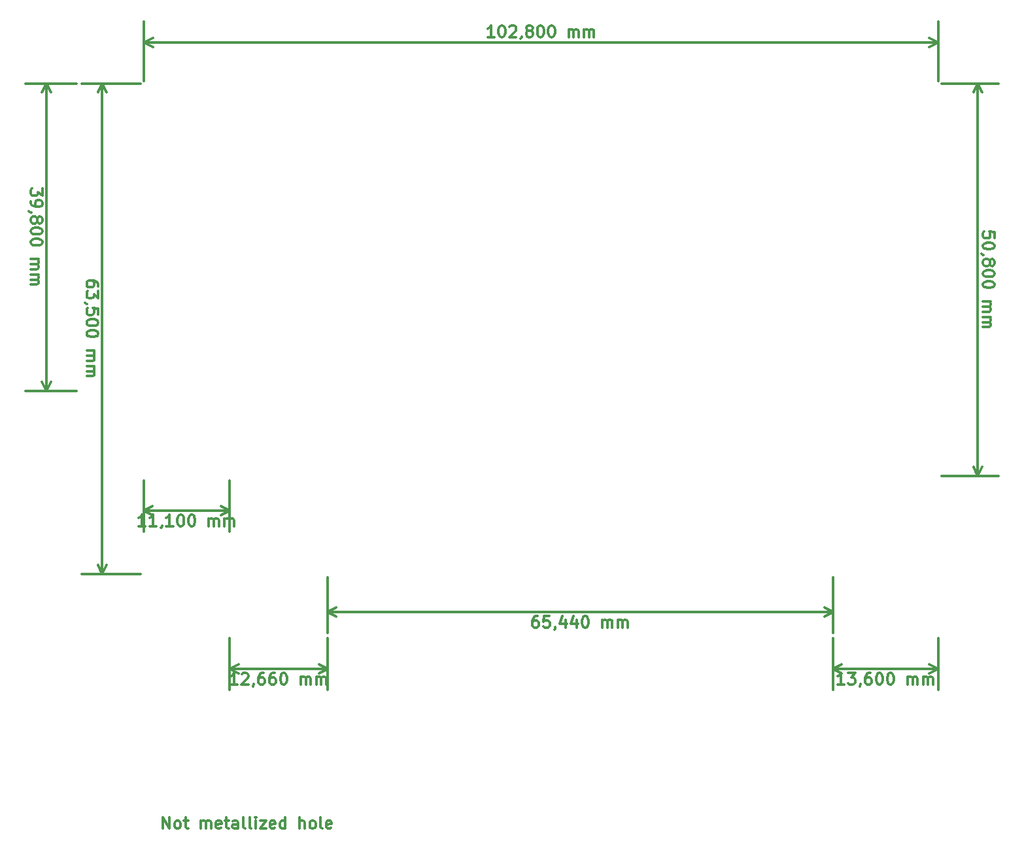
<source format=gbr>
G04 (created by PCBNEW (2013-09-28 BZR 4356)-product) date 12/11/2013 13:19:40*
%MOIN*%
G04 Gerber Fmt 3.4, Leading zero omitted, Abs format*
%FSLAX34Y34*%
G01*
G70*
G90*
G04 APERTURE LIST*
%ADD10C,0.005906*%
%ADD11C,0.011811*%
G04 APERTURE END LIST*
G54D10*
G54D11*
X959Y-37987D02*
X959Y-37397D01*
X1296Y-37987D01*
X1296Y-37397D01*
X1662Y-37987D02*
X1606Y-37959D01*
X1578Y-37931D01*
X1550Y-37875D01*
X1550Y-37706D01*
X1578Y-37650D01*
X1606Y-37622D01*
X1662Y-37593D01*
X1746Y-37593D01*
X1803Y-37622D01*
X1831Y-37650D01*
X1859Y-37706D01*
X1859Y-37875D01*
X1831Y-37931D01*
X1803Y-37959D01*
X1746Y-37987D01*
X1662Y-37987D01*
X2028Y-37593D02*
X2253Y-37593D01*
X2112Y-37397D02*
X2112Y-37903D01*
X2140Y-37959D01*
X2196Y-37987D01*
X2253Y-37987D01*
X2899Y-37987D02*
X2899Y-37593D01*
X2899Y-37650D02*
X2928Y-37622D01*
X2984Y-37593D01*
X3068Y-37593D01*
X3124Y-37622D01*
X3152Y-37678D01*
X3152Y-37987D01*
X3152Y-37678D02*
X3181Y-37622D01*
X3237Y-37593D01*
X3321Y-37593D01*
X3377Y-37622D01*
X3406Y-37678D01*
X3406Y-37987D01*
X3912Y-37959D02*
X3856Y-37987D01*
X3743Y-37987D01*
X3687Y-37959D01*
X3659Y-37903D01*
X3659Y-37678D01*
X3687Y-37622D01*
X3743Y-37593D01*
X3856Y-37593D01*
X3912Y-37622D01*
X3940Y-37678D01*
X3940Y-37734D01*
X3659Y-37790D01*
X4109Y-37593D02*
X4334Y-37593D01*
X4193Y-37397D02*
X4193Y-37903D01*
X4221Y-37959D01*
X4277Y-37987D01*
X4334Y-37987D01*
X4784Y-37987D02*
X4784Y-37678D01*
X4755Y-37622D01*
X4699Y-37593D01*
X4587Y-37593D01*
X4530Y-37622D01*
X4784Y-37959D02*
X4727Y-37987D01*
X4587Y-37987D01*
X4530Y-37959D01*
X4502Y-37903D01*
X4502Y-37847D01*
X4530Y-37790D01*
X4587Y-37762D01*
X4727Y-37762D01*
X4784Y-37734D01*
X5149Y-37987D02*
X5093Y-37959D01*
X5065Y-37903D01*
X5065Y-37397D01*
X5458Y-37987D02*
X5402Y-37959D01*
X5374Y-37903D01*
X5374Y-37397D01*
X5683Y-37987D02*
X5683Y-37593D01*
X5683Y-37397D02*
X5655Y-37425D01*
X5683Y-37453D01*
X5712Y-37425D01*
X5683Y-37397D01*
X5683Y-37453D01*
X5908Y-37593D02*
X6218Y-37593D01*
X5908Y-37987D01*
X6218Y-37987D01*
X6668Y-37959D02*
X6611Y-37987D01*
X6499Y-37987D01*
X6443Y-37959D01*
X6415Y-37903D01*
X6415Y-37678D01*
X6443Y-37622D01*
X6499Y-37593D01*
X6611Y-37593D01*
X6668Y-37622D01*
X6696Y-37678D01*
X6696Y-37734D01*
X6415Y-37790D01*
X7202Y-37987D02*
X7202Y-37397D01*
X7202Y-37959D02*
X7146Y-37987D01*
X7033Y-37987D01*
X6977Y-37959D01*
X6949Y-37931D01*
X6921Y-37875D01*
X6921Y-37706D01*
X6949Y-37650D01*
X6977Y-37622D01*
X7033Y-37593D01*
X7146Y-37593D01*
X7202Y-37622D01*
X7933Y-37987D02*
X7933Y-37397D01*
X8186Y-37987D02*
X8186Y-37678D01*
X8158Y-37622D01*
X8102Y-37593D01*
X8017Y-37593D01*
X7961Y-37622D01*
X7933Y-37650D01*
X8552Y-37987D02*
X8496Y-37959D01*
X8467Y-37931D01*
X8439Y-37875D01*
X8439Y-37706D01*
X8467Y-37650D01*
X8496Y-37622D01*
X8552Y-37593D01*
X8636Y-37593D01*
X8692Y-37622D01*
X8721Y-37650D01*
X8749Y-37706D01*
X8749Y-37875D01*
X8721Y-37931D01*
X8692Y-37959D01*
X8636Y-37987D01*
X8552Y-37987D01*
X9086Y-37987D02*
X9030Y-37959D01*
X9002Y-37903D01*
X9002Y-37397D01*
X9536Y-37959D02*
X9480Y-37987D01*
X9367Y-37987D01*
X9311Y-37959D01*
X9283Y-37903D01*
X9283Y-37678D01*
X9311Y-37622D01*
X9367Y-37593D01*
X9480Y-37593D01*
X9536Y-37622D01*
X9564Y-37678D01*
X9564Y-37734D01*
X9283Y-37790D01*
X-5188Y-5359D02*
X-5188Y-5725D01*
X-5413Y-5528D01*
X-5413Y-5613D01*
X-5441Y-5669D01*
X-5469Y-5697D01*
X-5525Y-5725D01*
X-5666Y-5725D01*
X-5722Y-5697D01*
X-5750Y-5669D01*
X-5778Y-5613D01*
X-5778Y-5444D01*
X-5750Y-5388D01*
X-5722Y-5359D01*
X-5778Y-6006D02*
X-5778Y-6119D01*
X-5750Y-6175D01*
X-5722Y-6203D01*
X-5638Y-6259D01*
X-5525Y-6287D01*
X-5300Y-6287D01*
X-5244Y-6259D01*
X-5216Y-6231D01*
X-5188Y-6175D01*
X-5188Y-6062D01*
X-5216Y-6006D01*
X-5244Y-5978D01*
X-5300Y-5950D01*
X-5441Y-5950D01*
X-5497Y-5978D01*
X-5525Y-6006D01*
X-5553Y-6062D01*
X-5553Y-6175D01*
X-5525Y-6231D01*
X-5497Y-6259D01*
X-5441Y-6287D01*
X-5750Y-6569D02*
X-5778Y-6569D01*
X-5835Y-6541D01*
X-5863Y-6512D01*
X-5441Y-6906D02*
X-5413Y-6850D01*
X-5385Y-6822D01*
X-5329Y-6794D01*
X-5300Y-6794D01*
X-5244Y-6822D01*
X-5216Y-6850D01*
X-5188Y-6906D01*
X-5188Y-7019D01*
X-5216Y-7075D01*
X-5244Y-7103D01*
X-5300Y-7131D01*
X-5329Y-7131D01*
X-5385Y-7103D01*
X-5413Y-7075D01*
X-5441Y-7019D01*
X-5441Y-6906D01*
X-5469Y-6850D01*
X-5497Y-6822D01*
X-5553Y-6794D01*
X-5666Y-6794D01*
X-5722Y-6822D01*
X-5750Y-6850D01*
X-5778Y-6906D01*
X-5778Y-7019D01*
X-5750Y-7075D01*
X-5722Y-7103D01*
X-5666Y-7131D01*
X-5553Y-7131D01*
X-5497Y-7103D01*
X-5469Y-7075D01*
X-5441Y-7019D01*
X-5188Y-7497D02*
X-5188Y-7553D01*
X-5216Y-7609D01*
X-5244Y-7637D01*
X-5300Y-7665D01*
X-5413Y-7694D01*
X-5553Y-7694D01*
X-5666Y-7665D01*
X-5722Y-7637D01*
X-5750Y-7609D01*
X-5778Y-7553D01*
X-5778Y-7497D01*
X-5750Y-7440D01*
X-5722Y-7412D01*
X-5666Y-7384D01*
X-5553Y-7356D01*
X-5413Y-7356D01*
X-5300Y-7384D01*
X-5244Y-7412D01*
X-5216Y-7440D01*
X-5188Y-7497D01*
X-5188Y-8059D02*
X-5188Y-8115D01*
X-5216Y-8172D01*
X-5244Y-8200D01*
X-5300Y-8228D01*
X-5413Y-8256D01*
X-5553Y-8256D01*
X-5666Y-8228D01*
X-5722Y-8200D01*
X-5750Y-8172D01*
X-5778Y-8115D01*
X-5778Y-8059D01*
X-5750Y-8003D01*
X-5722Y-7975D01*
X-5666Y-7947D01*
X-5553Y-7919D01*
X-5413Y-7919D01*
X-5300Y-7947D01*
X-5244Y-7975D01*
X-5216Y-8003D01*
X-5188Y-8059D01*
X-5778Y-8959D02*
X-5385Y-8959D01*
X-5441Y-8959D02*
X-5413Y-8987D01*
X-5385Y-9043D01*
X-5385Y-9128D01*
X-5413Y-9184D01*
X-5469Y-9212D01*
X-5778Y-9212D01*
X-5469Y-9212D02*
X-5413Y-9240D01*
X-5385Y-9296D01*
X-5385Y-9381D01*
X-5413Y-9437D01*
X-5469Y-9465D01*
X-5778Y-9465D01*
X-5778Y-9746D02*
X-5385Y-9746D01*
X-5441Y-9746D02*
X-5413Y-9775D01*
X-5385Y-9831D01*
X-5385Y-9915D01*
X-5413Y-9971D01*
X-5469Y-9999D01*
X-5778Y-9999D01*
X-5469Y-9999D02*
X-5413Y-10028D01*
X-5385Y-10084D01*
X-5385Y-10168D01*
X-5413Y-10224D01*
X-5469Y-10253D01*
X-5778Y-10253D01*
X-4980Y0D02*
X-4980Y-15669D01*
X-3456Y0D02*
X-6043Y0D01*
X-3456Y-15669D02*
X-6043Y-15669D01*
X-4980Y-15669D02*
X-5211Y-15225D01*
X-4980Y-15669D02*
X-4749Y-15225D01*
X-4980Y0D02*
X-5211Y-443D01*
X-4980Y0D02*
X-4749Y-443D01*
X65Y-22573D02*
X-271Y-22573D01*
X-102Y-22573D02*
X-102Y-21983D01*
X-158Y-22067D01*
X-214Y-22123D01*
X-271Y-22151D01*
X628Y-22574D02*
X290Y-22574D01*
X459Y-22574D02*
X460Y-21983D01*
X403Y-22067D01*
X347Y-22124D01*
X291Y-22152D01*
X909Y-22546D02*
X909Y-22574D01*
X881Y-22630D01*
X853Y-22658D01*
X1472Y-22575D02*
X1134Y-22574D01*
X1303Y-22574D02*
X1303Y-21984D01*
X1247Y-22068D01*
X1191Y-22124D01*
X1134Y-22153D01*
X1838Y-21984D02*
X1894Y-21984D01*
X1950Y-22013D01*
X1978Y-22041D01*
X2006Y-22097D01*
X2034Y-22210D01*
X2034Y-22350D01*
X2006Y-22463D01*
X1978Y-22519D01*
X1950Y-22547D01*
X1893Y-22575D01*
X1837Y-22575D01*
X1781Y-22547D01*
X1753Y-22519D01*
X1725Y-22462D01*
X1697Y-22350D01*
X1697Y-22209D01*
X1725Y-22097D01*
X1753Y-22041D01*
X1781Y-22012D01*
X1838Y-21984D01*
X2400Y-21985D02*
X2456Y-21985D01*
X2513Y-22013D01*
X2541Y-22041D01*
X2569Y-22098D01*
X2597Y-22210D01*
X2597Y-22351D01*
X2568Y-22463D01*
X2540Y-22519D01*
X2512Y-22547D01*
X2456Y-22576D01*
X2400Y-22575D01*
X2343Y-22547D01*
X2315Y-22519D01*
X2287Y-22463D01*
X2259Y-22350D01*
X2259Y-22210D01*
X2287Y-22097D01*
X2316Y-22041D01*
X2344Y-22013D01*
X2400Y-21985D01*
X3299Y-22576D02*
X3300Y-22183D01*
X3300Y-22239D02*
X3328Y-22211D01*
X3384Y-22183D01*
X3469Y-22183D01*
X3525Y-22211D01*
X3553Y-22267D01*
X3553Y-22577D01*
X3553Y-22267D02*
X3581Y-22211D01*
X3637Y-22183D01*
X3722Y-22183D01*
X3778Y-22211D01*
X3806Y-22267D01*
X3806Y-22577D01*
X4087Y-22577D02*
X4087Y-22183D01*
X4087Y-22240D02*
X4115Y-22211D01*
X4172Y-22183D01*
X4256Y-22183D01*
X4312Y-22212D01*
X4340Y-22268D01*
X4340Y-22577D01*
X4340Y-22268D02*
X4368Y-22212D01*
X4425Y-22184D01*
X4509Y-22184D01*
X4565Y-22212D01*
X4593Y-22268D01*
X4593Y-22577D01*
X4360Y-21779D02*
X-9Y-21775D01*
X4362Y-20248D02*
X4359Y-22842D01*
X-7Y-20244D02*
X-10Y-22838D01*
X-9Y-21775D02*
X434Y-21544D01*
X-9Y-21775D02*
X434Y-22006D01*
X4360Y-21779D02*
X3917Y-21547D01*
X4360Y-21779D02*
X3917Y-22009D01*
X4753Y-30649D02*
X4415Y-30649D01*
X4584Y-30649D02*
X4584Y-30058D01*
X4528Y-30142D01*
X4471Y-30199D01*
X4415Y-30227D01*
X4978Y-30114D02*
X5006Y-30086D01*
X5062Y-30058D01*
X5203Y-30058D01*
X5259Y-30086D01*
X5287Y-30114D01*
X5315Y-30170D01*
X5315Y-30227D01*
X5287Y-30311D01*
X4949Y-30649D01*
X5315Y-30649D01*
X5596Y-30620D02*
X5596Y-30649D01*
X5568Y-30705D01*
X5540Y-30733D01*
X6102Y-30058D02*
X5990Y-30058D01*
X5934Y-30086D01*
X5906Y-30114D01*
X5849Y-30199D01*
X5821Y-30311D01*
X5821Y-30536D01*
X5849Y-30592D01*
X5877Y-30620D01*
X5934Y-30649D01*
X6046Y-30649D01*
X6102Y-30620D01*
X6131Y-30592D01*
X6159Y-30536D01*
X6159Y-30395D01*
X6131Y-30339D01*
X6102Y-30311D01*
X6046Y-30283D01*
X5934Y-30283D01*
X5877Y-30311D01*
X5849Y-30339D01*
X5821Y-30395D01*
X6665Y-30058D02*
X6552Y-30058D01*
X6496Y-30086D01*
X6468Y-30114D01*
X6412Y-30199D01*
X6384Y-30311D01*
X6384Y-30536D01*
X6412Y-30592D01*
X6440Y-30620D01*
X6496Y-30649D01*
X6609Y-30649D01*
X6665Y-30620D01*
X6693Y-30592D01*
X6721Y-30536D01*
X6721Y-30395D01*
X6693Y-30339D01*
X6665Y-30311D01*
X6609Y-30283D01*
X6496Y-30283D01*
X6440Y-30311D01*
X6412Y-30339D01*
X6384Y-30395D01*
X7087Y-30058D02*
X7143Y-30058D01*
X7199Y-30086D01*
X7227Y-30114D01*
X7255Y-30170D01*
X7284Y-30283D01*
X7284Y-30424D01*
X7255Y-30536D01*
X7227Y-30592D01*
X7199Y-30620D01*
X7143Y-30649D01*
X7087Y-30649D01*
X7030Y-30620D01*
X7002Y-30592D01*
X6974Y-30536D01*
X6946Y-30424D01*
X6946Y-30283D01*
X6974Y-30170D01*
X7002Y-30114D01*
X7030Y-30086D01*
X7087Y-30058D01*
X7987Y-30649D02*
X7987Y-30255D01*
X7987Y-30311D02*
X8015Y-30283D01*
X8071Y-30255D01*
X8155Y-30255D01*
X8212Y-30283D01*
X8240Y-30339D01*
X8240Y-30649D01*
X8240Y-30339D02*
X8268Y-30283D01*
X8324Y-30255D01*
X8408Y-30255D01*
X8465Y-30283D01*
X8493Y-30339D01*
X8493Y-30649D01*
X8774Y-30649D02*
X8774Y-30255D01*
X8774Y-30311D02*
X8802Y-30283D01*
X8858Y-30255D01*
X8943Y-30255D01*
X8999Y-30283D01*
X9027Y-30339D01*
X9027Y-30649D01*
X9027Y-30339D02*
X9055Y-30283D01*
X9111Y-30255D01*
X9196Y-30255D01*
X9252Y-30283D01*
X9280Y-30339D01*
X9280Y-30649D01*
X9354Y-29850D02*
X4370Y-29850D01*
X9354Y-28275D02*
X9354Y-30913D01*
X4370Y-28275D02*
X4370Y-30913D01*
X4370Y-29850D02*
X4813Y-29619D01*
X4370Y-29850D02*
X4813Y-30081D01*
X9354Y-29850D02*
X8910Y-29619D01*
X9354Y-29850D02*
X8910Y-30081D01*
X35686Y-30649D02*
X35348Y-30649D01*
X35517Y-30649D02*
X35517Y-30058D01*
X35461Y-30142D01*
X35404Y-30199D01*
X35348Y-30227D01*
X35883Y-30058D02*
X36248Y-30058D01*
X36051Y-30283D01*
X36136Y-30283D01*
X36192Y-30311D01*
X36220Y-30339D01*
X36248Y-30395D01*
X36248Y-30536D01*
X36220Y-30592D01*
X36192Y-30620D01*
X36136Y-30649D01*
X35967Y-30649D01*
X35911Y-30620D01*
X35883Y-30592D01*
X36529Y-30620D02*
X36529Y-30649D01*
X36501Y-30705D01*
X36473Y-30733D01*
X37035Y-30058D02*
X36923Y-30058D01*
X36867Y-30086D01*
X36839Y-30114D01*
X36782Y-30199D01*
X36754Y-30311D01*
X36754Y-30536D01*
X36782Y-30592D01*
X36811Y-30620D01*
X36867Y-30649D01*
X36979Y-30649D01*
X37035Y-30620D01*
X37064Y-30592D01*
X37092Y-30536D01*
X37092Y-30395D01*
X37064Y-30339D01*
X37035Y-30311D01*
X36979Y-30283D01*
X36867Y-30283D01*
X36811Y-30311D01*
X36782Y-30339D01*
X36754Y-30395D01*
X37457Y-30058D02*
X37514Y-30058D01*
X37570Y-30086D01*
X37598Y-30114D01*
X37626Y-30170D01*
X37654Y-30283D01*
X37654Y-30424D01*
X37626Y-30536D01*
X37598Y-30592D01*
X37570Y-30620D01*
X37514Y-30649D01*
X37457Y-30649D01*
X37401Y-30620D01*
X37373Y-30592D01*
X37345Y-30536D01*
X37317Y-30424D01*
X37317Y-30283D01*
X37345Y-30170D01*
X37373Y-30114D01*
X37401Y-30086D01*
X37457Y-30058D01*
X38020Y-30058D02*
X38076Y-30058D01*
X38132Y-30086D01*
X38160Y-30114D01*
X38188Y-30170D01*
X38217Y-30283D01*
X38217Y-30424D01*
X38188Y-30536D01*
X38160Y-30592D01*
X38132Y-30620D01*
X38076Y-30649D01*
X38020Y-30649D01*
X37964Y-30620D01*
X37935Y-30592D01*
X37907Y-30536D01*
X37879Y-30424D01*
X37879Y-30283D01*
X37907Y-30170D01*
X37935Y-30114D01*
X37964Y-30086D01*
X38020Y-30058D01*
X38920Y-30649D02*
X38920Y-30255D01*
X38920Y-30311D02*
X38948Y-30283D01*
X39004Y-30255D01*
X39088Y-30255D01*
X39145Y-30283D01*
X39173Y-30339D01*
X39173Y-30649D01*
X39173Y-30339D02*
X39201Y-30283D01*
X39257Y-30255D01*
X39341Y-30255D01*
X39398Y-30283D01*
X39426Y-30339D01*
X39426Y-30649D01*
X39707Y-30649D02*
X39707Y-30255D01*
X39707Y-30311D02*
X39735Y-30283D01*
X39791Y-30255D01*
X39876Y-30255D01*
X39932Y-30283D01*
X39960Y-30339D01*
X39960Y-30649D01*
X39960Y-30339D02*
X39988Y-30283D01*
X40044Y-30255D01*
X40129Y-30255D01*
X40185Y-30283D01*
X40213Y-30339D01*
X40213Y-30649D01*
X35118Y-29850D02*
X40472Y-29850D01*
X35118Y-28275D02*
X35118Y-30913D01*
X40472Y-28275D02*
X40472Y-30913D01*
X40472Y-29850D02*
X40028Y-30081D01*
X40472Y-29850D02*
X40028Y-29619D01*
X35118Y-29850D02*
X35561Y-30081D01*
X35118Y-29850D02*
X35561Y-29619D01*
X20070Y-27156D02*
X19958Y-27156D01*
X19902Y-27185D01*
X19874Y-27213D01*
X19817Y-27297D01*
X19789Y-27410D01*
X19789Y-27634D01*
X19817Y-27691D01*
X19845Y-27719D01*
X19902Y-27747D01*
X20014Y-27747D01*
X20070Y-27719D01*
X20098Y-27691D01*
X20127Y-27634D01*
X20127Y-27494D01*
X20098Y-27438D01*
X20070Y-27410D01*
X20014Y-27381D01*
X19902Y-27381D01*
X19845Y-27410D01*
X19817Y-27438D01*
X19789Y-27494D01*
X20661Y-27156D02*
X20380Y-27156D01*
X20352Y-27438D01*
X20380Y-27410D01*
X20436Y-27381D01*
X20577Y-27381D01*
X20633Y-27410D01*
X20661Y-27438D01*
X20689Y-27494D01*
X20689Y-27634D01*
X20661Y-27691D01*
X20633Y-27719D01*
X20577Y-27747D01*
X20436Y-27747D01*
X20380Y-27719D01*
X20352Y-27691D01*
X20970Y-27719D02*
X20970Y-27747D01*
X20942Y-27803D01*
X20914Y-27831D01*
X21476Y-27353D02*
X21476Y-27747D01*
X21336Y-27128D02*
X21195Y-27550D01*
X21561Y-27550D01*
X22039Y-27353D02*
X22039Y-27747D01*
X21898Y-27128D02*
X21758Y-27550D01*
X22123Y-27550D01*
X22461Y-27156D02*
X22517Y-27156D01*
X22573Y-27185D01*
X22601Y-27213D01*
X22629Y-27269D01*
X22658Y-27381D01*
X22658Y-27522D01*
X22629Y-27634D01*
X22601Y-27691D01*
X22573Y-27719D01*
X22517Y-27747D01*
X22461Y-27747D01*
X22404Y-27719D01*
X22376Y-27691D01*
X22348Y-27634D01*
X22320Y-27522D01*
X22320Y-27381D01*
X22348Y-27269D01*
X22376Y-27213D01*
X22404Y-27185D01*
X22461Y-27156D01*
X23361Y-27747D02*
X23361Y-27353D01*
X23361Y-27410D02*
X23389Y-27381D01*
X23445Y-27353D01*
X23529Y-27353D01*
X23586Y-27381D01*
X23614Y-27438D01*
X23614Y-27747D01*
X23614Y-27438D02*
X23642Y-27381D01*
X23698Y-27353D01*
X23782Y-27353D01*
X23839Y-27381D01*
X23867Y-27438D01*
X23867Y-27747D01*
X24148Y-27747D02*
X24148Y-27353D01*
X24148Y-27410D02*
X24176Y-27381D01*
X24232Y-27353D01*
X24317Y-27353D01*
X24373Y-27381D01*
X24401Y-27438D01*
X24401Y-27747D01*
X24401Y-27438D02*
X24429Y-27381D01*
X24485Y-27353D01*
X24570Y-27353D01*
X24626Y-27381D01*
X24654Y-27438D01*
X24654Y-27747D01*
X9354Y-26948D02*
X35118Y-26948D01*
X9354Y-25165D02*
X9354Y-28011D01*
X35118Y-25165D02*
X35118Y-28011D01*
X35118Y-26948D02*
X34674Y-27179D01*
X35118Y-26948D02*
X34674Y-26717D01*
X9354Y-26948D02*
X9797Y-27179D01*
X9354Y-26948D02*
X9797Y-26717D01*
X-2338Y-10334D02*
X-2338Y-10222D01*
X-2366Y-10165D01*
X-2394Y-10137D01*
X-2478Y-10081D01*
X-2591Y-10053D01*
X-2816Y-10053D01*
X-2872Y-10081D01*
X-2900Y-10109D01*
X-2928Y-10165D01*
X-2928Y-10278D01*
X-2900Y-10334D01*
X-2872Y-10362D01*
X-2816Y-10390D01*
X-2675Y-10390D01*
X-2619Y-10362D01*
X-2591Y-10334D01*
X-2562Y-10278D01*
X-2562Y-10165D01*
X-2591Y-10109D01*
X-2619Y-10081D01*
X-2675Y-10053D01*
X-2338Y-10587D02*
X-2338Y-10953D01*
X-2562Y-10756D01*
X-2562Y-10840D01*
X-2591Y-10897D01*
X-2619Y-10925D01*
X-2675Y-10953D01*
X-2816Y-10953D01*
X-2872Y-10925D01*
X-2900Y-10897D01*
X-2928Y-10840D01*
X-2928Y-10672D01*
X-2900Y-10615D01*
X-2872Y-10587D01*
X-2900Y-11234D02*
X-2928Y-11234D01*
X-2984Y-11206D01*
X-3012Y-11178D01*
X-2338Y-11768D02*
X-2338Y-11487D01*
X-2619Y-11459D01*
X-2591Y-11487D01*
X-2562Y-11543D01*
X-2562Y-11684D01*
X-2591Y-11740D01*
X-2619Y-11768D01*
X-2675Y-11796D01*
X-2816Y-11796D01*
X-2872Y-11768D01*
X-2900Y-11740D01*
X-2928Y-11684D01*
X-2928Y-11543D01*
X-2900Y-11487D01*
X-2872Y-11459D01*
X-2338Y-12162D02*
X-2338Y-12218D01*
X-2366Y-12275D01*
X-2394Y-12303D01*
X-2450Y-12331D01*
X-2562Y-12359D01*
X-2703Y-12359D01*
X-2816Y-12331D01*
X-2872Y-12303D01*
X-2900Y-12275D01*
X-2928Y-12218D01*
X-2928Y-12162D01*
X-2900Y-12106D01*
X-2872Y-12078D01*
X-2816Y-12050D01*
X-2703Y-12021D01*
X-2562Y-12021D01*
X-2450Y-12050D01*
X-2394Y-12078D01*
X-2366Y-12106D01*
X-2338Y-12162D01*
X-2338Y-12724D02*
X-2338Y-12781D01*
X-2366Y-12837D01*
X-2394Y-12865D01*
X-2450Y-12893D01*
X-2562Y-12921D01*
X-2703Y-12921D01*
X-2816Y-12893D01*
X-2872Y-12865D01*
X-2900Y-12837D01*
X-2928Y-12781D01*
X-2928Y-12724D01*
X-2900Y-12668D01*
X-2872Y-12640D01*
X-2816Y-12612D01*
X-2703Y-12584D01*
X-2562Y-12584D01*
X-2450Y-12612D01*
X-2394Y-12640D01*
X-2366Y-12668D01*
X-2338Y-12724D01*
X-2928Y-13624D02*
X-2534Y-13624D01*
X-2591Y-13624D02*
X-2562Y-13652D01*
X-2534Y-13709D01*
X-2534Y-13793D01*
X-2562Y-13849D01*
X-2619Y-13877D01*
X-2928Y-13877D01*
X-2619Y-13877D02*
X-2562Y-13906D01*
X-2534Y-13962D01*
X-2534Y-14046D01*
X-2562Y-14102D01*
X-2619Y-14131D01*
X-2928Y-14131D01*
X-2928Y-14412D02*
X-2534Y-14412D01*
X-2591Y-14412D02*
X-2562Y-14440D01*
X-2534Y-14496D01*
X-2534Y-14580D01*
X-2562Y-14637D01*
X-2619Y-14665D01*
X-2928Y-14665D01*
X-2619Y-14665D02*
X-2562Y-14693D01*
X-2534Y-14749D01*
X-2534Y-14834D01*
X-2562Y-14890D01*
X-2619Y-14918D01*
X-2928Y-14918D01*
X-2129Y0D02*
X-2129Y-25000D01*
X-188Y0D02*
X-3192Y0D01*
X-188Y-25000D02*
X-3192Y-25000D01*
X-2129Y-25000D02*
X-2360Y-24556D01*
X-2129Y-25000D02*
X-1899Y-24556D01*
X-2129Y0D02*
X-2360Y-443D01*
X-2129Y0D02*
X-1899Y-443D01*
X43358Y-7862D02*
X43358Y-7581D01*
X43077Y-7553D01*
X43105Y-7581D01*
X43133Y-7637D01*
X43133Y-7778D01*
X43105Y-7834D01*
X43077Y-7862D01*
X43021Y-7890D01*
X42880Y-7890D01*
X42824Y-7862D01*
X42796Y-7834D01*
X42768Y-7778D01*
X42768Y-7637D01*
X42796Y-7581D01*
X42824Y-7553D01*
X43358Y-8256D02*
X43358Y-8312D01*
X43330Y-8368D01*
X43302Y-8397D01*
X43246Y-8425D01*
X43133Y-8453D01*
X42993Y-8453D01*
X42880Y-8425D01*
X42824Y-8397D01*
X42796Y-8368D01*
X42768Y-8312D01*
X42768Y-8256D01*
X42796Y-8200D01*
X42824Y-8172D01*
X42880Y-8143D01*
X42993Y-8115D01*
X43133Y-8115D01*
X43246Y-8143D01*
X43302Y-8172D01*
X43330Y-8200D01*
X43358Y-8256D01*
X42796Y-8734D02*
X42768Y-8734D01*
X42712Y-8706D01*
X42683Y-8678D01*
X43105Y-9071D02*
X43133Y-9015D01*
X43161Y-8987D01*
X43218Y-8959D01*
X43246Y-8959D01*
X43302Y-8987D01*
X43330Y-9015D01*
X43358Y-9071D01*
X43358Y-9184D01*
X43330Y-9240D01*
X43302Y-9268D01*
X43246Y-9296D01*
X43218Y-9296D01*
X43161Y-9268D01*
X43133Y-9240D01*
X43105Y-9184D01*
X43105Y-9071D01*
X43077Y-9015D01*
X43049Y-8987D01*
X42993Y-8959D01*
X42880Y-8959D01*
X42824Y-8987D01*
X42796Y-9015D01*
X42768Y-9071D01*
X42768Y-9184D01*
X42796Y-9240D01*
X42824Y-9268D01*
X42880Y-9296D01*
X42993Y-9296D01*
X43049Y-9268D01*
X43077Y-9240D01*
X43105Y-9184D01*
X43358Y-9662D02*
X43358Y-9718D01*
X43330Y-9775D01*
X43302Y-9803D01*
X43246Y-9831D01*
X43133Y-9859D01*
X42993Y-9859D01*
X42880Y-9831D01*
X42824Y-9803D01*
X42796Y-9775D01*
X42768Y-9718D01*
X42768Y-9662D01*
X42796Y-9606D01*
X42824Y-9578D01*
X42880Y-9550D01*
X42993Y-9521D01*
X43133Y-9521D01*
X43246Y-9550D01*
X43302Y-9578D01*
X43330Y-9606D01*
X43358Y-9662D01*
X43358Y-10224D02*
X43358Y-10281D01*
X43330Y-10337D01*
X43302Y-10365D01*
X43246Y-10393D01*
X43133Y-10421D01*
X42993Y-10421D01*
X42880Y-10393D01*
X42824Y-10365D01*
X42796Y-10337D01*
X42768Y-10281D01*
X42768Y-10224D01*
X42796Y-10168D01*
X42824Y-10140D01*
X42880Y-10112D01*
X42993Y-10084D01*
X43133Y-10084D01*
X43246Y-10112D01*
X43302Y-10140D01*
X43330Y-10168D01*
X43358Y-10224D01*
X42768Y-11124D02*
X43161Y-11124D01*
X43105Y-11124D02*
X43133Y-11152D01*
X43161Y-11209D01*
X43161Y-11293D01*
X43133Y-11349D01*
X43077Y-11377D01*
X42768Y-11377D01*
X43077Y-11377D02*
X43133Y-11406D01*
X43161Y-11462D01*
X43161Y-11546D01*
X43133Y-11602D01*
X43077Y-11631D01*
X42768Y-11631D01*
X42768Y-11912D02*
X43161Y-11912D01*
X43105Y-11912D02*
X43133Y-11940D01*
X43161Y-11996D01*
X43161Y-12080D01*
X43133Y-12137D01*
X43077Y-12165D01*
X42768Y-12165D01*
X43077Y-12165D02*
X43133Y-12193D01*
X43161Y-12249D01*
X43161Y-12334D01*
X43133Y-12390D01*
X43077Y-12418D01*
X42768Y-12418D01*
X42503Y0D02*
X42503Y-20000D01*
X40669Y0D02*
X43566Y0D01*
X40669Y-20000D02*
X43566Y-20000D01*
X42503Y-20000D02*
X42273Y-19556D01*
X42503Y-20000D02*
X42734Y-19556D01*
X42503Y0D02*
X42273Y-443D01*
X42503Y0D02*
X42734Y-443D01*
X17845Y2362D02*
X17508Y2362D01*
X17677Y2362D02*
X17677Y2953D01*
X17620Y2868D01*
X17564Y2812D01*
X17508Y2784D01*
X18211Y2953D02*
X18267Y2953D01*
X18323Y2925D01*
X18352Y2897D01*
X18380Y2840D01*
X18408Y2728D01*
X18408Y2587D01*
X18380Y2475D01*
X18352Y2419D01*
X18323Y2390D01*
X18267Y2362D01*
X18211Y2362D01*
X18155Y2390D01*
X18127Y2419D01*
X18098Y2475D01*
X18070Y2587D01*
X18070Y2728D01*
X18098Y2840D01*
X18127Y2897D01*
X18155Y2925D01*
X18211Y2953D01*
X18633Y2897D02*
X18661Y2925D01*
X18717Y2953D01*
X18858Y2953D01*
X18914Y2925D01*
X18942Y2897D01*
X18970Y2840D01*
X18970Y2784D01*
X18942Y2700D01*
X18605Y2362D01*
X18970Y2362D01*
X19251Y2390D02*
X19251Y2362D01*
X19223Y2306D01*
X19195Y2278D01*
X19589Y2700D02*
X19533Y2728D01*
X19505Y2756D01*
X19476Y2812D01*
X19476Y2840D01*
X19505Y2897D01*
X19533Y2925D01*
X19589Y2953D01*
X19701Y2953D01*
X19758Y2925D01*
X19786Y2897D01*
X19814Y2840D01*
X19814Y2812D01*
X19786Y2756D01*
X19758Y2728D01*
X19701Y2700D01*
X19589Y2700D01*
X19533Y2672D01*
X19505Y2643D01*
X19476Y2587D01*
X19476Y2475D01*
X19505Y2419D01*
X19533Y2390D01*
X19589Y2362D01*
X19701Y2362D01*
X19758Y2390D01*
X19786Y2419D01*
X19814Y2475D01*
X19814Y2587D01*
X19786Y2643D01*
X19758Y2672D01*
X19701Y2700D01*
X20179Y2953D02*
X20236Y2953D01*
X20292Y2925D01*
X20320Y2897D01*
X20348Y2840D01*
X20376Y2728D01*
X20376Y2587D01*
X20348Y2475D01*
X20320Y2419D01*
X20292Y2390D01*
X20236Y2362D01*
X20179Y2362D01*
X20123Y2390D01*
X20095Y2419D01*
X20067Y2475D01*
X20039Y2587D01*
X20039Y2728D01*
X20067Y2840D01*
X20095Y2897D01*
X20123Y2925D01*
X20179Y2953D01*
X20742Y2953D02*
X20798Y2953D01*
X20854Y2925D01*
X20883Y2897D01*
X20911Y2840D01*
X20939Y2728D01*
X20939Y2587D01*
X20911Y2475D01*
X20883Y2419D01*
X20854Y2390D01*
X20798Y2362D01*
X20742Y2362D01*
X20686Y2390D01*
X20658Y2419D01*
X20629Y2475D01*
X20601Y2587D01*
X20601Y2728D01*
X20629Y2840D01*
X20658Y2897D01*
X20686Y2925D01*
X20742Y2953D01*
X21642Y2362D02*
X21642Y2756D01*
X21642Y2700D02*
X21670Y2728D01*
X21726Y2756D01*
X21811Y2756D01*
X21867Y2728D01*
X21895Y2672D01*
X21895Y2362D01*
X21895Y2672D02*
X21923Y2728D01*
X21979Y2756D01*
X22064Y2756D01*
X22120Y2728D01*
X22148Y2672D01*
X22148Y2362D01*
X22429Y2362D02*
X22429Y2756D01*
X22429Y2700D02*
X22457Y2728D01*
X22514Y2756D01*
X22598Y2756D01*
X22654Y2728D01*
X22682Y2672D01*
X22682Y2362D01*
X22682Y2672D02*
X22710Y2728D01*
X22767Y2756D01*
X22851Y2756D01*
X22907Y2728D01*
X22935Y2672D01*
X22935Y2362D01*
X0Y2098D02*
X40472Y2098D01*
X0Y110D02*
X0Y3161D01*
X40472Y110D02*
X40472Y3161D01*
X40472Y2098D02*
X40028Y1867D01*
X40472Y2098D02*
X40028Y2329D01*
X0Y2098D02*
X443Y1867D01*
X0Y2098D02*
X443Y2329D01*
M02*

</source>
